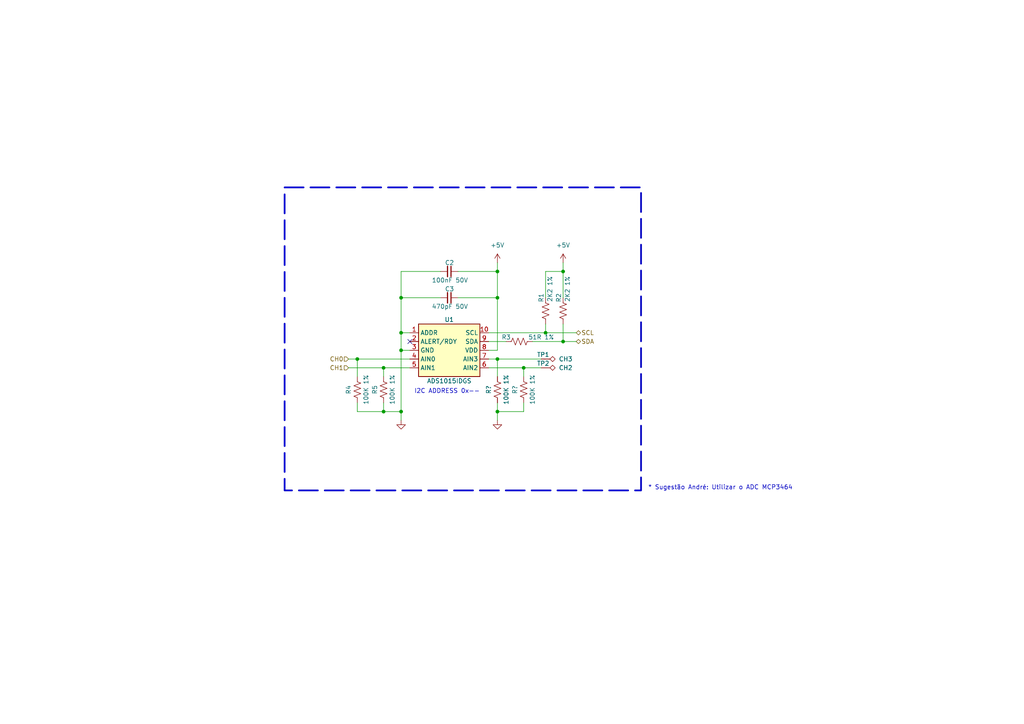
<source format=kicad_sch>
(kicad_sch (version 20230121) (generator eeschema)
  (paper "A4")
  (title_block (title "Franzininho BioAmp") (rev "00") (company "Franzininho"))
  (lib_symbols
    (symbol "Analog_ADC:ADS1015IDGS"
      (property "Reference" "U1" (at 0 8.89 0))
      (property "Value" "ADS1015IDGS" (at 0 -8.89 0))
      (symbol "ADS1015IDGS_0_1"
        (rectangle (start -8.89 7.62) (end 8.89 -7.62) (stroke (width 0.254)) (fill (type background)))
      )
      (symbol "ADS1015IDGS_1_1"
        (pin input line (at -11.43 5.08 0) (length 2.54) (name "ADDR") (number "1"))
        (pin input line (at 11.43 5.08 180) (length 2.54) (name "SCL") (number "10"))
        (pin output line (at -11.43 2.54 0) (length 2.54) (name "ALERT/RDY") (number "2"))
        (pin power_in line (at -11.43 0 0) (length 2.54) (name "GND") (number "3"))
        (pin input line (at -11.43 -2.54 0) (length 2.54) (name "AIN0") (number "4"))
        (pin input line (at -11.43 -5.08 0) (length 2.54) (name "AIN1") (number "5"))
        (pin input line (at 11.43 -5.08 180) (length 2.54) (name "AIN2") (number "6"))
        (pin input line (at 11.43 -2.54 180) (length 2.54) (name "AIN3") (number "7"))
        (pin power_in line (at 11.43 0 180) (length 2.54) (name "VDD") (number "8"))
        (pin bidirectional line (at 11.43 2.54 180) (length 2.54) (name "SDA") (number "9"))
      )
    )
    (symbol "Connector:TestPoint_Alt" (pin_numbers hide) (pin_names (offset 0.762) hide)
      (property "Reference" "TP" (at 0 6.858 0))
      (property "Value" "TestPoint_Alt" (at 0 5.08 0))
      (symbol "TestPoint_Alt_0_1"
        (polyline (pts (xy 0 2.54) (xy -0.762 3.302) (xy 0 4.064) (xy 0.762 3.302) (xy 0 2.54)))
      )
      (symbol "TestPoint_Alt_1_1"
        (pin passive line (at 0 0 90) (length 2.54) (name "1") (number "1"))
      )
    )
    (symbol "Device:C_Small" (pin_numbers hide) (pin_names (offset 0.254) hide)
      (property "Reference" "C" (at 0.254 1.778 0))
      (property "Value" "C_Small" (at 0.254 -2.032 0))
      (symbol "C_Small_0_1"
        (polyline (pts (xy -1.524 -0.508) (xy 1.524 -0.508)) (stroke (width 0.3302)))
        (polyline (pts (xy -1.524 0.508) (xy 1.524 0.508)) (stroke (width 0.3048)))
      )
      (symbol "C_Small_1_1"
        (pin passive line (at 0 2.54 270) (length 2.032) (name "~") (number "1"))
        (pin passive line (at 0 -2.54 90) (length 2.032) (name "~") (number "2"))
      )
    )
    (symbol "Device:R_US" (pin_numbers hide) (pin_names (offset 0))
      (property "Reference" "R" (at 2.54 0 90))
      (property "Value" "R_US" (at -2.54 0 90))
      (symbol "R_US_0_1"
        (polyline (pts (xy 0 -2.286) (xy 0 -2.54)))
        (polyline (pts (xy 0 2.286) (xy 0 2.54)))
        (polyline (pts (xy 0 -0.762) (xy 1.016 -1.143) (xy 0 -1.524) (xy -1.016 -1.905) (xy 0 -2.286)))
        (polyline (pts (xy 0 0.762) (xy 1.016 0.381) (xy 0 0) (xy -1.016 -0.381) (xy 0 -0.762)))
        (polyline (pts (xy 0 2.286) (xy 1.016 1.905) (xy 0 1.524) (xy -1.016 1.143) (xy 0 0.762)))
      )
      (symbol "R_US_1_1"
        (pin passive line (at 0 3.81 270) (length 1.27) (name "~") (number "1"))
        (pin passive line (at 0 -3.81 90) (length 1.27) (name "~") (number "2"))
      )
    )
    (symbol "power:+5V" (power) (pin_names (offset 0))
      (property "Value" "+5V" (at 0 3.556 0))
      (symbol "+5V_0_1"
        (polyline (pts (xy -0.762 1.27) (xy 0 2.54)))
        (polyline (pts (xy 0 0) (xy 0 2.54)))
        (polyline (pts (xy 0 2.54) (xy 0.762 1.27)))
      )
      (symbol "+5V_1_1"
        (pin power_in line (at 0 0 90) (length 0) hide (name "+5V") (number "1"))
      )
    )
    (symbol "power:GND" (power) (pin_names (offset 0))
      (property "Value" "GND" (at 0 -3.81 0))
      (symbol "GND_0_1"
        (polyline (pts (xy 0 0) (xy 0 -1.27) (xy 1.27 -1.27) (xy 0 -2.54) (xy -1.27 -1.27) (xy 0 -1.27)))
      )
      (symbol "GND_1_1"
        (pin power_in line (at 0 0 270) (length 0) hide (name "GND") (number "1"))
      )
    )
  )
  (junction (at 158.242 96.52))
  (junction (at 103.632 104.14))
  (junction (at 163.322 78.74))
  (junction (at 116.332 119.38))
  (junction (at 116.332 86.36))
  (junction (at 144.272 104.14))
  (junction (at 144.272 119.38))
  (junction (at 111.252 119.38))
  (junction (at 144.272 86.36))
  (junction (at 151.892 106.68))
  (junction (at 111.252 106.68))
  (junction (at 116.332 101.6))
  (junction (at 116.332 96.52))
  (junction (at 163.322 99.06))
  (junction (at 144.272 78.74))
  (no_connect (at 118.872 99.06))
  (wire (pts (xy 144.272 116.84) (xy 144.272 119.38)))
  (wire (pts (xy 163.322 93.98) (xy 163.322 99.06)))
  (wire (pts (xy 151.892 116.84) (xy 151.892 119.38)))
  (wire (pts (xy 132.842 78.74) (xy 144.272 78.74)))
  (wire (pts (xy 132.842 86.36) (xy 144.272 86.36)))
  (wire (pts (xy 111.252 106.68) (xy 111.252 109.22)))
  (wire (pts (xy 141.732 96.52) (xy 158.242 96.52)))
  (wire (pts (xy 127.762 78.74) (xy 116.332 78.74)))
  (wire (pts (xy 141.732 106.68) (xy 151.892 106.68)))
  (wire (pts (xy 141.732 104.14) (xy 144.272 104.14)))
  (wire (pts (xy 144.272 104.14) (xy 156.972 104.14)))
  (wire (pts (xy 141.732 101.6) (xy 144.272 101.6)))
  (wire (pts (xy 101.092 106.68) (xy 111.252 106.68)))
  (wire (pts (xy 158.242 86.36) (xy 158.242 78.74)))
  (wire (pts (xy 158.242 96.52) (xy 167.132 96.52)))
  (wire (pts (xy 144.272 86.36) (xy 144.272 101.6)))
  (wire (pts (xy 116.332 96.52) (xy 118.872 96.52)))
  (wire (pts (xy 116.332 86.36) (xy 116.332 96.52)))
  (wire (pts (xy 111.252 119.38) (xy 116.332 119.38)))
  (wire (pts (xy 103.632 116.84) (xy 103.632 119.38)))
  (wire (pts (xy 116.332 86.36) (xy 127.762 86.36)))
  (wire (pts (xy 141.732 99.06) (xy 146.812 99.06)))
  (wire (pts (xy 101.092 104.14) (xy 103.632 104.14)))
  (wire (pts (xy 116.332 78.74) (xy 116.332 86.36)))
  (wire (pts (xy 151.892 106.68) (xy 156.972 106.68)))
  (wire (pts (xy 154.432 99.06) (xy 163.322 99.06)))
  (wire (pts (xy 158.242 93.98) (xy 158.242 96.52)))
  (wire (pts (xy 116.332 119.38) (xy 116.332 121.92)))
  (wire (pts (xy 144.272 78.74) (xy 144.272 86.36)))
  (wire (pts (xy 163.322 76.2) (xy 163.322 78.74)))
  (wire (pts (xy 111.252 106.68) (xy 118.872 106.68)))
  (wire (pts (xy 116.332 101.6) (xy 116.332 119.38)))
  (wire (pts (xy 103.632 119.38) (xy 111.252 119.38)))
  (wire (pts (xy 151.892 106.68) (xy 151.892 109.22)))
  (wire (pts (xy 163.322 99.06) (xy 167.132 99.06)))
  (wire (pts (xy 118.872 101.6) (xy 116.332 101.6)))
  (wire (pts (xy 144.272 119.38) (xy 144.272 121.92)))
  (wire (pts (xy 158.242 78.74) (xy 163.322 78.74)))
  (wire (pts (xy 144.272 119.38) (xy 151.892 119.38)))
  (wire (pts (xy 111.252 116.84) (xy 111.252 119.38)))
  (wire (pts (xy 144.272 76.2) (xy 144.272 78.74)))
  (wire (pts (xy 103.632 104.14) (xy 118.872 104.14)))
  (wire (pts (xy 116.332 96.52) (xy 116.332 101.6)))
  (wire (pts (xy 163.322 78.74) (xy 163.322 86.36)))
  (wire (pts (xy 144.272 104.14) (xy 144.272 109.22)))
  (wire (pts (xy 103.632 104.14) (xy 103.632 109.22)))
  (rectangle (start 82.55 54.356) (end 185.928 142.24) (stroke (width 0.5) (type dash)))
  (text "I2C ADDRESS 0x--" (at 120.142 114.3 0) (effects (font (size 1.27 1.27)) (justify left bottom)))
  (text "* Sugestão André: Utilizar o ADC MCP3464" (at 187.96 142.24 0) (effects (font (size 1.27 1.27)) (justify left bottom)))
  (hierarchical_label "SCL" (shape bidirectional) (at 167.132 96.52 0))
  (hierarchical_label "CH1" (shape input) (at 101.092 106.68 180))
  (hierarchical_label "SDA" (shape bidirectional) (at 167.132 99.06 0))
  (hierarchical_label "CH0" (shape input) (at 101.092 104.14 180))
  (symbol (lib_id "Device:R_US") (at 103.632 113.03 180) (unit 1)
    (property "Reference" "R4" (at 101.092 113.03 90))
    (property "Value" "100K 1%" (at 106.172 113.03 90))
    (instances (project "BioAmp" (path "" (reference "R4") (unit 1)) (path "" (reference "R23") (unit 1))))
  )
  (symbol (lib_id "Analog_ADC:ADS1015IDGS") (at 130.302 101.6 0) (unit 1)
    (property "Reference" "U1" (at 130.302 92.71 0))
    (property "Value" "ADS1015IDGS" (at 130.302 110.49 0))
    (property "Footprint" "Package_SO:TSSOP-10_3x3mm_P0.5mm" (effects hide))
    (property "Datasheet" "http://www.ti.com/lit/ds/symlink/ads1015.pdf" (effects hide))
    (instances (project "BioAmp" (path "" (reference "U1") (unit 1)) (path "" (reference "U4") (unit 1))))
  )
  (symbol (lib_id "Connector:TestPoint_Alt") (at 156.972 104.14 270) (unit 1)
    (property "Reference" "TP1" (at 155.702 102.87 90) (effects (justify left)))
    (property "Value" "CH3" (at 162.052 104.14 90) (effects (justify left)))
    (instances (project "BioAmp" (path "" (reference "TP1") (unit 1)) (path "" (reference "TP3") (unit 1))))
  )
  (symbol (lib_id "Device:R_US") (at 163.322 90.17 180) (unit 1)
    (property "Reference" "R2" (at 162.052 86.36 90))
    (property "Value" "2K2 1%" (at 164.592 83.82 90))
    (instances (project "BioAmp" (path "" (reference "R2") (unit 1)) (path "" (reference "R29") (unit 1))))
  )
  (symbol (lib_id "power:GND") (at 116.332 121.92 0) (unit 1)
    (property "Reference" "#PWR06" (effects hide))
    (property "Value" "GND" (effects hide))
    (instances (project "BioAmp" (path "" (reference "#PWR06") (unit 1)) (path "" (reference "#PWR014") (unit 1))))
  )
  (symbol (lib_id "Device:R_US") (at 144.272 113.03 180) (unit 1)
    (property "Reference" "R?" (at 141.732 113.03 90))
    (property "Value" "100K 1%" (at 146.812 113.03 90))
    (instances (project "BioAmp" (path "" (reference "R?") (unit 1)) (path "" (reference "R25") (unit 1))))
  )
  (symbol (lib_id "Device:R_US") (at 151.892 113.03 180) (unit 1)
    (property "Reference" "R?" (at 149.352 113.03 90))
    (property "Value" "100K 1%" (at 154.432 113.03 90))
    (instances (project "BioAmp" (path "" (reference "R?") (unit 1)) (path "" (reference "R27") (unit 1))))
  )
  (symbol (lib_id "Device:R_US") (at 158.242 90.17 180) (unit 1)
    (property "Reference" "R1" (at 156.972 86.36 90))
    (property "Value" "2K2 1%" (at 159.512 83.82 90))
    (instances (project "BioAmp" (path "" (reference "R1") (unit 1)) (path "" (reference "R28") (unit 1))))
  )
  (symbol (lib_id "Device:R_US") (at 111.252 113.03 180) (unit 1)
    (property "Reference" "R5" (at 108.712 113.03 90))
    (property "Value" "100K 1%" (at 113.792 113.03 90))
    (instances (project "BioAmp" (path "" (reference "R5") (unit 1)) (path "" (reference "R24") (unit 1))))
  )
  (symbol (lib_id "Connector:TestPoint_Alt") (at 156.972 106.68 270) (unit 1)
    (property "Reference" "TP2" (at 155.702 105.41 90) (effects (justify left)))
    (property "Value" "CH2" (at 162.052 106.68 90) (effects (justify left)))
    (instances (project "BioAmp" (path "" (reference "TP2") (unit 1)) (path "" (reference "TP4") (unit 1))))
  )
  (symbol (lib_id "Device:C_Small") (at 130.302 86.36 270) (unit 1)
    (property "Reference" "C3" (at 129.032 83.82 90) (effects (justify left)))
    (property "Value" "470pF 50V" (at 125.222 88.9 90) (effects (justify left)))
    (instances (project "BioAmp" (path "" (reference "C3") (unit 1)) (path "" (reference "C13") (unit 1))))
  )
  (symbol (lib_id "Device:C_Small") (at 130.302 78.74 270) (unit 1)
    (property "Reference" "C2" (at 129.032 76.2 90) (effects (justify left)))
    (property "Value" "100nF 50V" (at 125.222 81.28 90) (effects (justify left)))
    (instances (project "BioAmp" (path "" (reference "C2") (unit 1)) (path "" (reference "C12") (unit 1))))
  )
  (symbol (lib_id "power:GND") (at 144.272 121.92 0) (unit 1)
    (property "Reference" "#PWR?" (effects hide))
    (property "Value" "GND" (effects hide))
    (instances (project "BioAmp" (path "" (reference "#PWR?") (unit 1)) (path "" (reference "#PWR016") (unit 1))))
  )
  (symbol (lib_id "Device:R_US") (at 150.622 99.06 90) (unit 1)
    (property "Reference" "R3" (at 146.812 97.79 90))
    (property "Value" "51R 1%" (at 156.972 97.79 90))
    (instances (project "BioAmp" (path "" (reference "R3") (unit 1)) (path "" (reference "R26") (unit 1))))
  )
  (symbol (lib_id "power:+5V") (at 144.272 76.2 0) (unit 1)
    (property "Reference" "#PWR04" (effects hide))
    (property "Value" "+5V" (at 144.272 71.12 0))
    (instances (project "BioAmp" (path "" (reference "#PWR04") (unit 1)) (path "" (reference "#PWR015") (unit 1))))
  )
  (symbol (lib_id "power:+5V") (at 163.322 76.2 0) (unit 1)
    (property "Reference" "#PWR05" (effects hide))
    (property "Value" "+5V" (at 163.322 71.12 0))
    (instances (project "BioAmp" (path "" (reference "#PWR05") (unit 1)) (path "" (reference "#PWR017") (unit 1))))
  )
)
</source>
